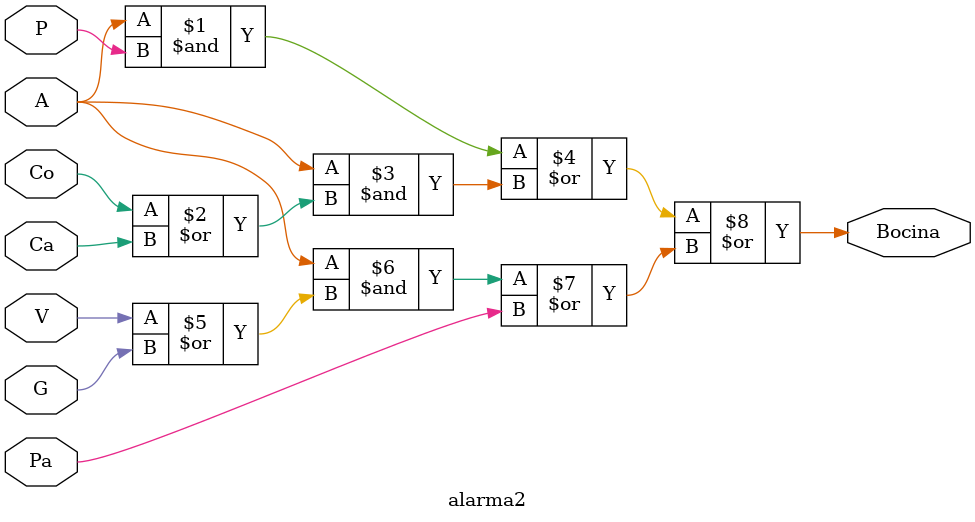
<source format=v>
`timescale 1ns / 1ps


module alarma2(
    input A,
    input P,
    input Co,
    input Ca,
    input G,
    input V,
    input Pa,
    output Bocina
    );

    // wire or1;
    // wire or2;
    // wire and1;
    // wire and2;
    // wire and3;
    //
    // assign or1 = Co|Ca;
    // assign or2 = G|V;
    //
    // assign and1 = A&P;
    // assign and2 = A&or1;
    // assign and3 = or2&A;
    //
    // assign Bocina = and1|and2|and3|Pa;

    assign Bocina = (A&P)|(A&(Co|Ca))|(A&(V|G)|Pa);


endmodule

</source>
